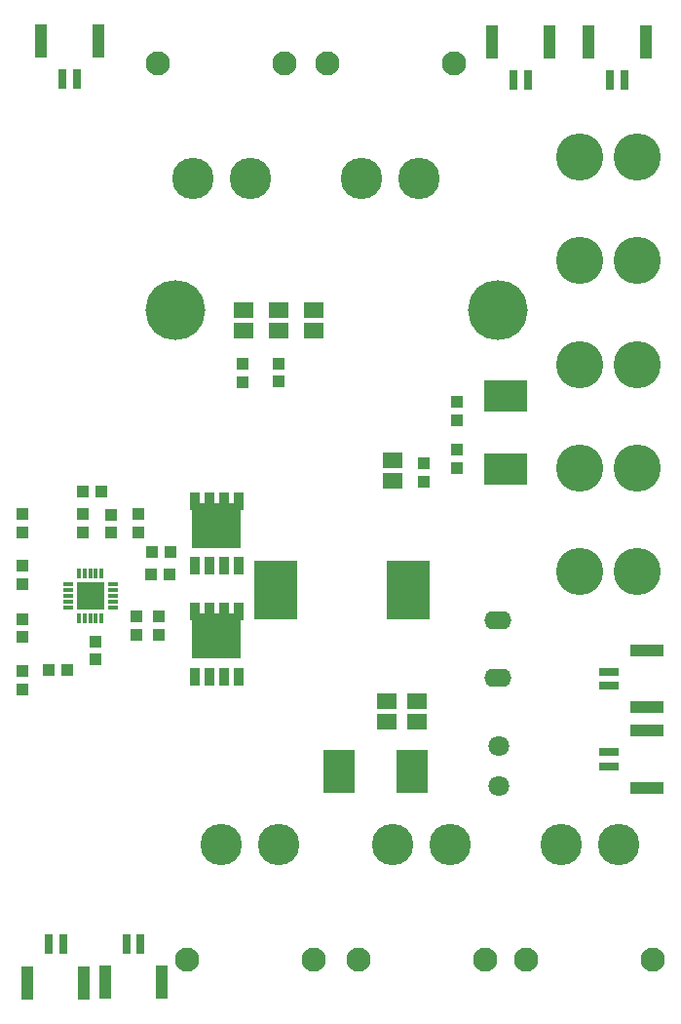
<source format=gts>
G04*
G04 #@! TF.GenerationSoftware,Altium Limited,Altium Designer,20.0.2 (26)*
G04*
G04 Layer_Color=8388736*
%FSLAX25Y25*%
%MOIN*%
G70*
G01*
G75*
%ADD33R,0.06587X0.05367*%
%ADD34R,0.04147X0.03950*%
%ADD35R,0.02756X0.07087*%
%ADD36R,0.04331X0.11417*%
%ADD37R,0.03950X0.04147*%
%ADD38R,0.10642X0.14973*%
%ADD39O,0.01502X0.03550*%
%ADD40O,0.03550X0.01502*%
%ADD41R,0.09455X0.09455*%
%ADD42R,0.16548X0.15800*%
%ADD43R,0.03202X0.06312*%
%ADD44R,0.11417X0.04331*%
%ADD45R,0.07087X0.02756*%
%ADD46R,0.14580X0.20485*%
%ADD47R,0.14973X0.10642*%
%ADD48C,0.08268*%
%ADD49C,0.14173*%
%ADD50C,0.20485*%
%ADD51O,0.09300X0.06300*%
%ADD52C,0.07099*%
%ADD53C,0.16142*%
D33*
X508000Y354504D02*
D03*
Y347496D02*
D03*
X496000Y354504D02*
D03*
Y347496D02*
D03*
X484000Y354504D02*
D03*
Y347496D02*
D03*
X535039Y303110D02*
D03*
Y296102D02*
D03*
X543307Y213819D02*
D03*
Y220827D02*
D03*
X533071Y213819D02*
D03*
Y220827D02*
D03*
D34*
X496000Y336129D02*
D03*
Y329871D02*
D03*
X483669Y335948D02*
D03*
Y329690D02*
D03*
X408268Y266908D02*
D03*
Y260651D02*
D03*
Y278367D02*
D03*
Y284625D02*
D03*
X545669Y295690D02*
D03*
Y301948D02*
D03*
X557087Y300415D02*
D03*
Y306672D02*
D03*
X408268Y224824D02*
D03*
Y231082D02*
D03*
X447244Y243328D02*
D03*
Y249585D02*
D03*
X408268Y248798D02*
D03*
Y242541D02*
D03*
X429134Y278367D02*
D03*
Y284625D02*
D03*
X448032D02*
D03*
Y278367D02*
D03*
X557087Y323079D02*
D03*
Y316821D02*
D03*
X455118Y243457D02*
D03*
Y249714D02*
D03*
X433465Y241189D02*
D03*
Y234932D02*
D03*
X438583Y284496D02*
D03*
Y278239D02*
D03*
D35*
X417224Y137598D02*
D03*
X422146D02*
D03*
X443827Y137803D02*
D03*
X448748D02*
D03*
X421949Y433268D02*
D03*
X426870D02*
D03*
X576279Y432874D02*
D03*
X581201D02*
D03*
X609350D02*
D03*
X614272D02*
D03*
D36*
X409941Y124409D02*
D03*
X429429D02*
D03*
X436543Y124614D02*
D03*
X456032D02*
D03*
X414665Y446457D02*
D03*
X434154D02*
D03*
X568996Y446063D02*
D03*
X588484D02*
D03*
X602067D02*
D03*
X621555D02*
D03*
D37*
X417344Y231496D02*
D03*
X423601D02*
D03*
X459034Y271654D02*
D03*
X452777D02*
D03*
X435284Y292520D02*
D03*
X429026D02*
D03*
X458512Y264173D02*
D03*
X452254D02*
D03*
D38*
X516634Y196850D02*
D03*
X541634D02*
D03*
D39*
X435433Y264370D02*
D03*
X433465D02*
D03*
X431496D02*
D03*
X429528D02*
D03*
X427559D02*
D03*
Y249016D02*
D03*
X429528D02*
D03*
X431496D02*
D03*
X433465D02*
D03*
X435433D02*
D03*
D40*
X423819Y260630D02*
D03*
Y258661D02*
D03*
Y256693D02*
D03*
Y254724D02*
D03*
Y252756D02*
D03*
X439173D02*
D03*
Y254724D02*
D03*
Y256693D02*
D03*
Y258661D02*
D03*
Y260630D02*
D03*
D41*
X431496Y256693D02*
D03*
D42*
X474803Y280772D02*
D03*
Y242976D02*
D03*
D43*
X467303Y289039D02*
D03*
X472303D02*
D03*
X477303D02*
D03*
X482303D02*
D03*
X482303Y266866D02*
D03*
X477303D02*
D03*
X472303D02*
D03*
X467303D02*
D03*
X467303Y251244D02*
D03*
X472303D02*
D03*
X477303D02*
D03*
X482303D02*
D03*
X482303Y229071D02*
D03*
X477303D02*
D03*
X472303D02*
D03*
X467303D02*
D03*
D44*
X622047Y238090D02*
D03*
Y218602D02*
D03*
Y210531D02*
D03*
Y191043D02*
D03*
D45*
X608858Y230807D02*
D03*
Y225886D02*
D03*
Y203248D02*
D03*
Y198327D02*
D03*
D46*
X495011Y258767D02*
D03*
X540287Y258768D02*
D03*
D47*
X573622Y300098D02*
D03*
Y325098D02*
D03*
D48*
X498032Y438583D02*
D03*
X454724D02*
D03*
X555905D02*
D03*
X512598D02*
D03*
X464567Y132283D02*
D03*
X507874D02*
D03*
X580709Y132283D02*
D03*
X624016D02*
D03*
X523228D02*
D03*
X566535D02*
D03*
D49*
X486220Y399213D02*
D03*
X466535D02*
D03*
X544095D02*
D03*
X524409D02*
D03*
X476378Y171653D02*
D03*
X496063D02*
D03*
X592520Y171653D02*
D03*
X612205D02*
D03*
X535039D02*
D03*
X554724D02*
D03*
D50*
X570866Y354331D02*
D03*
X460630D02*
D03*
D51*
X570866Y228740D02*
D03*
Y248425D02*
D03*
D52*
X571345Y205526D02*
D03*
Y191746D02*
D03*
D53*
X618504Y406693D02*
D03*
X598819D02*
D03*
X618504Y371260D02*
D03*
X598819D02*
D03*
X618504Y335827D02*
D03*
X598819D02*
D03*
X618504Y300394D02*
D03*
X598819D02*
D03*
X618504Y264961D02*
D03*
X598819D02*
D03*
M02*

</source>
